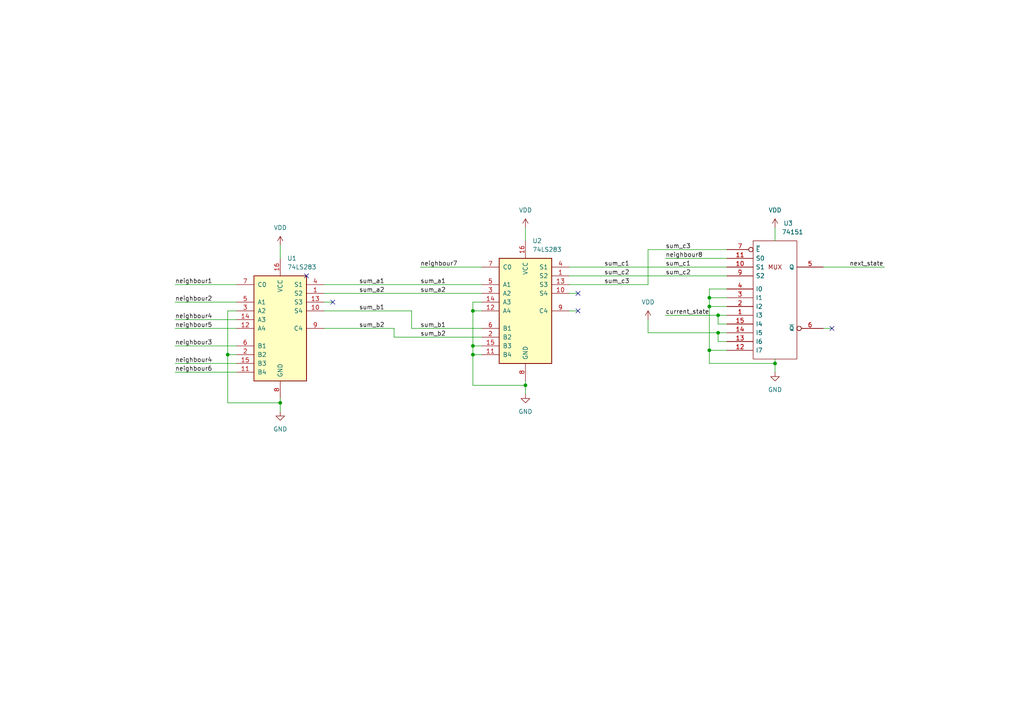
<source format=kicad_sch>
(kicad_sch (version 20211123) (generator eeschema)
  (paper "A4")
  (lib_symbols
    (symbol "74xx:74LS283" (pin_names (offset 1.016))
      (property "Reference" "U" (at -7.62 16.51 0))
      (property "Value" "74LS283" (at -7.62 -16.51 0))
      (symbol "74LS283_1_0"
        (pin output line (at 12.7 10.16 180) (length 5.08) (name "S2") (number "1"))
        (pin output line (at 12.7 5.08 180) (length 5.08) (name "S4") (number "10"))
        (pin input line (at -12.7 -12.7 0) (length 5.08) (name "B4") (number "11"))
        (pin input line (at -12.7 0 0) (length 5.08) (name "A4") (number "12"))
        (pin output line (at 12.7 7.62 180) (length 5.08) (name "S3") (number "13"))
        (pin input line (at -12.7 2.54 0) (length 5.08) (name "A3") (number "14"))
        (pin input line (at -12.7 -10.16 0) (length 5.08) (name "B3") (number "15"))
        (pin power_in line (at 0 20.32 270) (length 5.08) (name "VCC") (number "16"))
        (pin input line (at -12.7 -7.62 0) (length 5.08) (name "B2") (number "2"))
        (pin input line (at -12.7 5.08 0) (length 5.08) (name "A2") (number "3"))
        (pin output line (at 12.7 12.7 180) (length 5.08) (name "S1") (number "4"))
        (pin input line (at -12.7 7.62 0) (length 5.08) (name "A1") (number "5"))
        (pin input line (at -12.7 -5.08 0) (length 5.08) (name "B1") (number "6"))
        (pin input line (at -12.7 12.7 0) (length 5.08) (name "C0") (number "7"))
        (pin power_in line (at 0 -20.32 90) (length 5.08) (name "GND") (number "8"))
        (pin output line (at 12.7 0 180) (length 5.08) (name "C4") (number "9"))
      )
      (symbol "74LS283_1_1"
        (rectangle (start -7.62 15.24) (end 7.62 -15.24) (stroke (width 0.254)) (fill (type background)))
      )
    )
    (symbol "74xx_IEEE:74151" (pin_names (offset 0.762))
      (property "Reference" "U" (at 5.08 17.78 0))
      (property "Value" "74151" (at 8.89 -20.32 0))
      (symbol "74151_0_0"
        (rectangle (start -6.35 16.51) (end 6.35 -17.78))
        (text "MUX" (at 0 8.89 0) (effects (font (size 1.27 1.27))))
        (pin power_in line (at 0 16.51 270) (length 0) hide (name "VCC") (number "16"))
        (pin power_in line (at 0 -17.78 90) (length 0) hide (name "GND") (number "8"))
      )
      (symbol "74151_1_1"
        (pin input line (at -13.97 -5.08 0) (length 7.62) (name "I3") (number "1"))
        (pin input line (at -13.97 8.89 0) (length 7.62) (name "S1") (number "10"))
        (pin input line (at -13.97 11.43 0) (length 7.62) (name "S0") (number "11"))
        (pin input line (at -13.97 -15.24 0) (length 7.62) (name "I7") (number "12"))
        (pin input line (at -13.97 -12.7 0) (length 7.62) (name "I6") (number "13"))
        (pin input line (at -13.97 -10.16 0) (length 7.62) (name "I5") (number "14"))
        (pin input line (at -13.97 -7.62 0) (length 7.62) (name "I4") (number "15"))
        (pin input line (at -13.97 -2.54 0) (length 7.62) (name "I2") (number "2"))
        (pin input line (at -13.97 0 0) (length 7.62) (name "I1") (number "3"))
        (pin input line (at -13.97 2.54 0) (length 7.62) (name "I0") (number "4"))
        (pin output line (at 13.97 8.89 180) (length 7.62) (name "Q") (number "5"))
        (pin output inverted (at 13.97 -8.89 180) (length 7.62) (name "~{Q}") (number "6"))
        (pin input inverted (at -13.97 13.97 0) (length 7.62) (name "~{E}") (number "7"))
        (pin input line (at -13.97 6.35 0) (length 7.62) (name "S2") (number "9"))
      )
    )
    (symbol "power:GND" (power) (pin_names (offset 0))
      (property "Value" "GND" (at 0 -3.81 0))
      (symbol "GND_0_1"
        (polyline (pts (xy 0 0) (xy 0 -1.27) (xy 1.27 -1.27) (xy 0 -2.54) (xy -1.27 -1.27) (xy 0 -1.27)))
      )
      (symbol "GND_1_1"
        (pin power_in line (at 0 0 270) (length 0) hide (name "GND") (number "1"))
      )
    )
    (symbol "power:VDD" (power) (pin_names (offset 0))
      (property "Value" "VDD" (at 0 3.81 0))
      (symbol "VDD_0_1"
        (polyline (pts (xy -0.762 1.27) (xy 0 2.54)))
        (polyline (pts (xy 0 0) (xy 0 2.54)))
        (polyline (pts (xy 0 2.54) (xy 0.762 1.27)))
      )
      (symbol "VDD_1_1"
        (pin power_in line (at 0 0 90) (length 0) hide (name "VDD") (number "1"))
      )
    )
  )
  (junction (at 66.04 102.87))
  (junction (at 137.16 90.17))
  (junction (at 224.79 105.41))
  (junction (at 205.74 101.6))
  (junction (at 137.16 102.87))
  (junction (at 152.4 111.76))
  (junction (at 208.28 96.52))
  (junction (at 137.16 100.33))
  (junction (at 205.74 86.36))
  (junction (at 81.28 116.84))
  (junction (at 205.74 88.9))
  (junction (at 208.28 91.44))
  (no_connect (at 167.64 85.09))
  (no_connect (at 241.3 95.25))
  (no_connect (at 88.9 80.01))
  (no_connect (at 96.52 87.63))
  (no_connect (at 167.64 90.17))
  (wire (pts (xy 50.8 92.71) (xy 68.58 92.71)))
  (wire (pts (xy 119.38 90.17) (xy 119.38 95.25)))
  (wire (pts (xy 137.16 100.33) (xy 139.7 100.33)))
  (wire (pts (xy 165.1 85.09) (xy 167.64 85.09)))
  (wire (pts (xy 238.76 95.25) (xy 241.3 95.25)))
  (wire (pts (xy 224.79 66.04) (xy 224.79 69.85)))
  (wire (pts (xy 68.58 90.17) (xy 66.04 90.17)))
  (wire (pts (xy 50.8 105.41) (xy 68.58 105.41)))
  (wire (pts (xy 187.96 92.71) (xy 187.96 96.52)))
  (wire (pts (xy 139.7 102.87) (xy 137.16 102.87)))
  (wire (pts (xy 205.74 101.6) (xy 205.74 105.41)))
  (wire (pts (xy 238.76 77.47) (xy 256.54 77.47)))
  (wire (pts (xy 208.28 91.44) (xy 208.28 93.98)))
  (wire (pts (xy 187.96 72.39) (xy 210.82 72.39)))
  (wire (pts (xy 93.98 95.25) (xy 114.3 95.25)))
  (wire (pts (xy 208.28 91.44) (xy 210.82 91.44)))
  (wire (pts (xy 205.74 88.9) (xy 205.74 101.6)))
  (wire (pts (xy 114.3 97.79) (xy 114.3 95.25)))
  (wire (pts (xy 119.38 95.25) (xy 139.7 95.25)))
  (wire (pts (xy 210.82 99.06) (xy 208.28 99.06)))
  (wire (pts (xy 205.74 86.36) (xy 210.82 86.36)))
  (wire (pts (xy 205.74 105.41) (xy 224.79 105.41)))
  (wire (pts (xy 137.16 87.63) (xy 137.16 90.17)))
  (wire (pts (xy 93.98 85.09) (xy 139.7 85.09)))
  (wire (pts (xy 137.16 100.33) (xy 137.16 102.87)))
  (wire (pts (xy 165.1 80.01) (xy 210.82 80.01)))
  (wire (pts (xy 93.98 82.55) (xy 139.7 82.55)))
  (wire (pts (xy 224.79 105.41) (xy 224.79 107.95)))
  (wire (pts (xy 93.98 87.63) (xy 96.52 87.63)))
  (wire (pts (xy 208.28 93.98) (xy 210.82 93.98)))
  (wire (pts (xy 81.28 71.12) (xy 81.28 74.93)))
  (wire (pts (xy 137.16 111.76) (xy 152.4 111.76)))
  (wire (pts (xy 205.74 101.6) (xy 210.82 101.6)))
  (wire (pts (xy 193.04 74.93) (xy 210.82 74.93)))
  (wire (pts (xy 205.74 83.82) (xy 205.74 86.36)))
  (wire (pts (xy 50.8 100.33) (xy 68.58 100.33)))
  (wire (pts (xy 50.8 107.95) (xy 68.58 107.95)))
  (wire (pts (xy 137.16 90.17) (xy 137.16 100.33)))
  (wire (pts (xy 114.3 97.79) (xy 139.7 97.79)))
  (wire (pts (xy 208.28 99.06) (xy 208.28 96.52)))
  (wire (pts (xy 137.16 102.87) (xy 137.16 111.76)))
  (wire (pts (xy 193.04 91.44) (xy 208.28 91.44)))
  (wire (pts (xy 205.74 88.9) (xy 210.82 88.9)))
  (wire (pts (xy 81.28 116.84) (xy 66.04 116.84)))
  (wire (pts (xy 205.74 86.36) (xy 205.74 88.9)))
  (wire (pts (xy 50.8 82.55) (xy 68.58 82.55)))
  (wire (pts (xy 93.98 90.17) (xy 119.38 90.17)))
  (wire (pts (xy 165.1 82.55) (xy 187.96 82.55)))
  (wire (pts (xy 152.4 110.49) (xy 152.4 111.76)))
  (wire (pts (xy 205.74 83.82) (xy 210.82 83.82)))
  (wire (pts (xy 66.04 116.84) (xy 66.04 102.87)))
  (wire (pts (xy 187.96 82.55) (xy 187.96 72.39)))
  (wire (pts (xy 121.92 77.47) (xy 139.7 77.47)))
  (wire (pts (xy 165.1 90.17) (xy 167.64 90.17)))
  (wire (pts (xy 187.96 96.52) (xy 208.28 96.52)))
  (wire (pts (xy 152.4 111.76) (xy 152.4 114.3)))
  (wire (pts (xy 224.79 104.14) (xy 224.79 105.41)))
  (wire (pts (xy 165.1 77.47) (xy 210.82 77.47)))
  (wire (pts (xy 137.16 90.17) (xy 139.7 90.17)))
  (wire (pts (xy 152.4 66.04) (xy 152.4 69.85)))
  (wire (pts (xy 81.28 116.84) (xy 81.28 119.38)))
  (wire (pts (xy 50.8 87.63) (xy 68.58 87.63)))
  (wire (pts (xy 66.04 90.17) (xy 66.04 102.87)))
  (wire (pts (xy 139.7 87.63) (xy 137.16 87.63)))
  (wire (pts (xy 50.8 95.25) (xy 68.58 95.25)))
  (wire (pts (xy 66.04 102.87) (xy 68.58 102.87)))
  (wire (pts (xy 81.28 115.57) (xy 81.28 116.84)))
  (wire (pts (xy 208.28 96.52) (xy 210.82 96.52)))
  (label "neighbour3" (at 50.8 100.33 0))
  (label "current_state" (at 193.04 91.44 0))
  (label "sum_b2" (at 104.14 95.25 0))
  (label "neighbour5" (at 50.8 95.25 0))
  (label "sum_c3" (at 175.26 82.55 0))
  (label "sum_a1" (at 121.92 82.55 0))
  (label "sum_c2" (at 193.04 80.01 0))
  (label "neighbour2" (at 50.8 87.63 0))
  (label "next_state" (at 246.38 77.47 0))
  (label "neighbour1" (at 50.8 82.55 0))
  (label "sum_b1" (at 104.14 90.17 0))
  (label "sum_a2" (at 121.92 85.09 0))
  (label "sum_c3" (at 193.04 72.39 0))
  (label "neighbour8" (at 193.04 74.93 0))
  (label "sum_b1" (at 121.92 95.25 0))
  (label "sum_c2" (at 175.26 80.01 0))
  (label "neighbour4" (at 50.8 92.71 0))
  (label "sum_a1" (at 104.14 82.55 0))
  (label "neighbour4" (at 50.8 105.41 0))
  (label "neighbour6" (at 50.8 107.95 0))
  (label "sum_b2" (at 121.92 97.79 0))
  (label "sum_c1" (at 193.04 77.47 0))
  (label "sum_c1" (at 175.26 77.47 0))
  (label "neighbour7" (at 121.92 77.47 0))
  (label "sum_a2" (at 104.14 85.09 0))
  (symbol (lib_id "power:VDD") (at 152.4 66.04 0) (unit 1)
    (property "Reference" "#PWR?" (effects hide))
    (property "Value" "VDD" (at 152.4 60.96 0))
  )
  (symbol (lib_id "power:VDD") (at 224.79 66.04 0) (unit 1)
    (property "Reference" "#PWR?" (effects hide))
    (property "Value" "VDD" (at 224.79 60.96 0))
  )
  (symbol (lib_id "power:GND") (at 81.28 119.38 0) (unit 1)
    (property "Reference" "#PWR?" (effects hide))
    (property "Value" "GND" (at 81.28 124.46 0))
  )
  (symbol (lib_id "power:VDD") (at 81.28 71.12 0) (unit 1)
    (property "Reference" "#PWR?" (effects hide))
    (property "Value" "VDD" (at 81.28 66.04 0))
  )
  (symbol (lib_id "74xx:74LS283") (at 152.4 90.17 0) (unit 1)
    (property "Reference" "U2" (at 154.4194 69.85 0) (effects (justify left)))
    (property "Value" "74LS283" (at 154.4194 72.39 0) (effects (justify left)))
    (property "Datasheet" "http://www.ti.com/lit/gpn/sn74LS283" (effects hide))
  )
  (symbol (lib_id "power:VDD") (at 187.96 92.71 0) (unit 1)
    (property "Reference" "#PWR?" (effects hide))
    (property "Value" "VDD" (at 187.96 87.63 0))
  )
  (symbol (lib_id "power:GND") (at 224.79 107.95 0) (unit 1)
    (property "Reference" "#PWR?" (effects hide))
    (property "Value" "GND" (at 224.79 113.03 0))
  )
  (symbol (lib_id "74xx:74LS283") (at 81.28 95.25 0) (unit 1)
    (property "Reference" "U1" (at 83.2994 74.93 0) (effects (justify left)))
    (property "Value" "74LS283" (at 83.2994 77.47 0) (effects (justify left)))
    (property "Datasheet" "http://www.ti.com/lit/gpn/sn74LS283" (effects hide))
  )
  (symbol (lib_id "74xx_IEEE:74151") (at 224.79 86.36 0) (unit 1)
    (property "Reference" "U3" (at 228.6 64.77 0))
    (property "Value" "74151" (at 229.87 67.31 0))
  )
  (symbol (lib_id "power:GND") (at 152.4 114.3 0) (unit 1)
    (property "Reference" "#PWR?" (effects hide))
    (property "Value" "GND" (at 152.4 119.38 0))
  )
)
</source>
